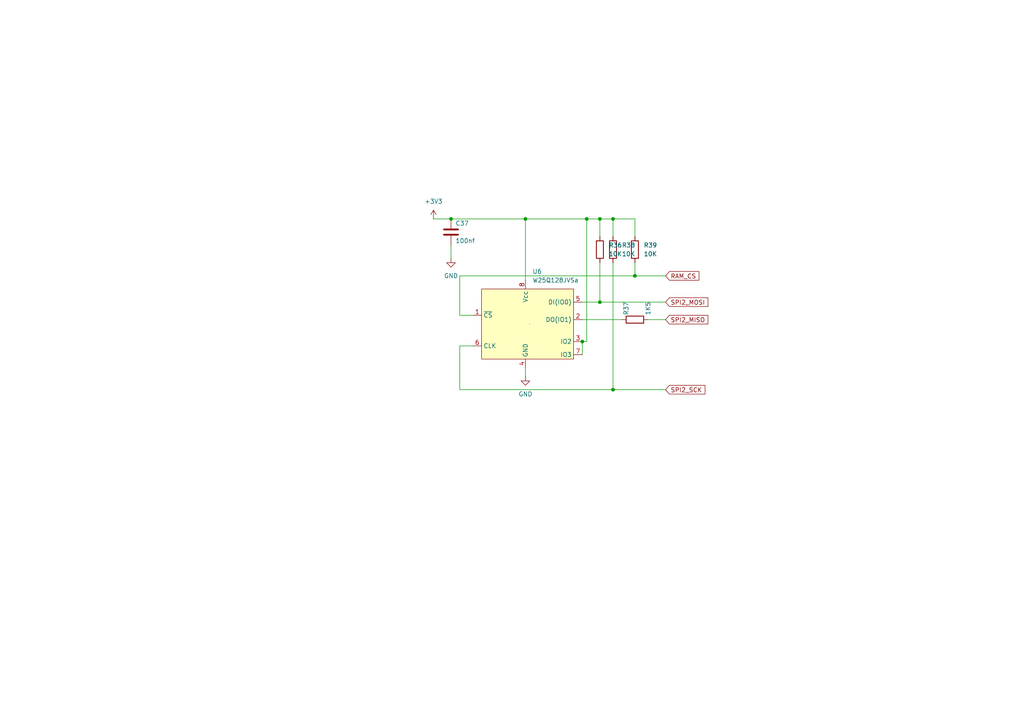
<source format=kicad_sch>
(kicad_sch (version 20211123) (generator eeschema)

  (uuid 202c8904-c451-4b21-8453-ded077a5d8a4)

  (paper "A4")

  (lib_symbols
    (symbol "Device:C" (pin_numbers hide) (pin_names (offset 0.254)) (in_bom yes) (on_board yes)
      (property "Reference" "C" (id 0) (at 0.635 2.54 0)
        (effects (font (size 1.27 1.27)) (justify left))
      )
      (property "Value" "C" (id 1) (at 0.635 -2.54 0)
        (effects (font (size 1.27 1.27)) (justify left))
      )
      (property "Footprint" "" (id 2) (at 0.9652 -3.81 0)
        (effects (font (size 1.27 1.27)) hide)
      )
      (property "Datasheet" "~" (id 3) (at 0 0 0)
        (effects (font (size 1.27 1.27)) hide)
      )
      (property "ki_keywords" "cap capacitor" (id 4) (at 0 0 0)
        (effects (font (size 1.27 1.27)) hide)
      )
      (property "ki_description" "Unpolarized capacitor" (id 5) (at 0 0 0)
        (effects (font (size 1.27 1.27)) hide)
      )
      (property "ki_fp_filters" "C_*" (id 6) (at 0 0 0)
        (effects (font (size 1.27 1.27)) hide)
      )
      (symbol "C_0_1"
        (polyline
          (pts
            (xy -2.032 -0.762)
            (xy 2.032 -0.762)
          )
          (stroke (width 0.508) (type default) (color 0 0 0 0))
          (fill (type none))
        )
        (polyline
          (pts
            (xy -2.032 0.762)
            (xy 2.032 0.762)
          )
          (stroke (width 0.508) (type default) (color 0 0 0 0))
          (fill (type none))
        )
      )
      (symbol "C_1_1"
        (pin passive line (at 0 3.81 270) (length 2.794)
          (name "~" (effects (font (size 1.27 1.27))))
          (number "1" (effects (font (size 1.27 1.27))))
        )
        (pin passive line (at 0 -3.81 90) (length 2.794)
          (name "~" (effects (font (size 1.27 1.27))))
          (number "2" (effects (font (size 1.27 1.27))))
        )
      )
    )
    (symbol "Device:R" (pin_numbers hide) (pin_names (offset 0)) (in_bom yes) (on_board yes)
      (property "Reference" "R" (id 0) (at 2.032 0 90)
        (effects (font (size 1.27 1.27)))
      )
      (property "Value" "R" (id 1) (at 0 0 90)
        (effects (font (size 1.27 1.27)))
      )
      (property "Footprint" "" (id 2) (at -1.778 0 90)
        (effects (font (size 1.27 1.27)) hide)
      )
      (property "Datasheet" "~" (id 3) (at 0 0 0)
        (effects (font (size 1.27 1.27)) hide)
      )
      (property "ki_keywords" "R res resistor" (id 4) (at 0 0 0)
        (effects (font (size 1.27 1.27)) hide)
      )
      (property "ki_description" "Resistor" (id 5) (at 0 0 0)
        (effects (font (size 1.27 1.27)) hide)
      )
      (property "ki_fp_filters" "R_*" (id 6) (at 0 0 0)
        (effects (font (size 1.27 1.27)) hide)
      )
      (symbol "R_0_1"
        (rectangle (start -1.016 -2.54) (end 1.016 2.54)
          (stroke (width 0.254) (type default) (color 0 0 0 0))
          (fill (type none))
        )
      )
      (symbol "R_1_1"
        (pin passive line (at 0 3.81 270) (length 1.27)
          (name "~" (effects (font (size 1.27 1.27))))
          (number "1" (effects (font (size 1.27 1.27))))
        )
        (pin passive line (at 0 -3.81 90) (length 1.27)
          (name "~" (effects (font (size 1.27 1.27))))
          (number "2" (effects (font (size 1.27 1.27))))
        )
      )
    )
    (symbol "New_Library:W25Q128JVSa" (in_bom yes) (on_board yes)
      (property "Reference" "U" (id 0) (at 1.27 1.27 0)
        (effects (font (size 1.27 1.27)))
      )
      (property "Value" "W25Q128JVSa" (id 1) (at 1.27 -1.27 0)
        (effects (font (size 1.27 1.27)))
      )
      (property "Footprint" "" (id 2) (at 0 0 0)
        (effects (font (size 1.27 1.27)) hide)
      )
      (property "Datasheet" "" (id 3) (at 0 0 0)
        (effects (font (size 1.27 1.27)) hide)
      )
      (symbol "W25Q128JVSa_0_1"
        (rectangle (start -12.7 10.16) (end 13.97 -10.16)
          (stroke (width 0) (type default) (color 0 0 0 0))
          (fill (type background))
        )
        (rectangle (start 1.27 0) (end 1.27 0)
          (stroke (width 0) (type default) (color 0 0 0 0))
          (fill (type none))
        )
      )
      (symbol "W25Q128JVSa_1_1"
        (pin input line (at -15.24 2.54 0) (length 2.54)
          (name "~{CS}" (effects (font (size 1.27 1.27))))
          (number "1" (effects (font (size 1.27 1.27))))
        )
        (pin bidirectional line (at 16.51 1.27 180) (length 2.54)
          (name "DO(IO1)" (effects (font (size 1.27 1.27))))
          (number "2" (effects (font (size 1.27 1.27))))
        )
        (pin input line (at 16.51 -5.08 180) (length 2.54)
          (name "IO2" (effects (font (size 1.27 1.27))))
          (number "3" (effects (font (size 1.27 1.27))))
        )
        (pin power_in line (at 0 -12.7 90) (length 2.54)
          (name "GND" (effects (font (size 1.27 1.27))))
          (number "4" (effects (font (size 1.27 1.27))))
        )
        (pin bidirectional line (at 16.51 6.35 180) (length 2.54)
          (name "DI(IO0)" (effects (font (size 1.27 1.27))))
          (number "5" (effects (font (size 1.27 1.27))))
        )
        (pin input line (at -15.24 -6.35 0) (length 2.54)
          (name "CLK" (effects (font (size 1.27 1.27))))
          (number "6" (effects (font (size 1.27 1.27))))
        )
        (pin input line (at 16.51 -8.89 180) (length 2.54)
          (name "IO3" (effects (font (size 1.27 1.27))))
          (number "7" (effects (font (size 1.27 1.27))))
        )
        (pin power_in line (at 0 12.7 270) (length 2.54)
          (name "Vcc" (effects (font (size 1.27 1.27))))
          (number "8" (effects (font (size 1.27 1.27))))
        )
      )
    )
    (symbol "power:+3.3V" (power) (pin_names (offset 0)) (in_bom yes) (on_board yes)
      (property "Reference" "#PWR" (id 0) (at 0 -3.81 0)
        (effects (font (size 1.27 1.27)) hide)
      )
      (property "Value" "+3.3V" (id 1) (at 0 3.556 0)
        (effects (font (size 1.27 1.27)))
      )
      (property "Footprint" "" (id 2) (at 0 0 0)
        (effects (font (size 1.27 1.27)) hide)
      )
      (property "Datasheet" "" (id 3) (at 0 0 0)
        (effects (font (size 1.27 1.27)) hide)
      )
      (property "ki_keywords" "power-flag" (id 4) (at 0 0 0)
        (effects (font (size 1.27 1.27)) hide)
      )
      (property "ki_description" "Power symbol creates a global label with name \"+3.3V\"" (id 5) (at 0 0 0)
        (effects (font (size 1.27 1.27)) hide)
      )
      (symbol "+3.3V_0_1"
        (polyline
          (pts
            (xy -0.762 1.27)
            (xy 0 2.54)
          )
          (stroke (width 0) (type default) (color 0 0 0 0))
          (fill (type none))
        )
        (polyline
          (pts
            (xy 0 0)
            (xy 0 2.54)
          )
          (stroke (width 0) (type default) (color 0 0 0 0))
          (fill (type none))
        )
        (polyline
          (pts
            (xy 0 2.54)
            (xy 0.762 1.27)
          )
          (stroke (width 0) (type default) (color 0 0 0 0))
          (fill (type none))
        )
      )
      (symbol "+3.3V_1_1"
        (pin power_in line (at 0 0 90) (length 0) hide
          (name "+3V3" (effects (font (size 1.27 1.27))))
          (number "1" (effects (font (size 1.27 1.27))))
        )
      )
    )
    (symbol "power:GND" (power) (pin_names (offset 0)) (in_bom yes) (on_board yes)
      (property "Reference" "#PWR" (id 0) (at 0 -6.35 0)
        (effects (font (size 1.27 1.27)) hide)
      )
      (property "Value" "GND" (id 1) (at 0 -3.81 0)
        (effects (font (size 1.27 1.27)))
      )
      (property "Footprint" "" (id 2) (at 0 0 0)
        (effects (font (size 1.27 1.27)) hide)
      )
      (property "Datasheet" "" (id 3) (at 0 0 0)
        (effects (font (size 1.27 1.27)) hide)
      )
      (property "ki_keywords" "power-flag" (id 4) (at 0 0 0)
        (effects (font (size 1.27 1.27)) hide)
      )
      (property "ki_description" "Power symbol creates a global label with name \"GND\" , ground" (id 5) (at 0 0 0)
        (effects (font (size 1.27 1.27)) hide)
      )
      (symbol "GND_0_1"
        (polyline
          (pts
            (xy 0 0)
            (xy 0 -1.27)
            (xy 1.27 -1.27)
            (xy 0 -2.54)
            (xy -1.27 -1.27)
            (xy 0 -1.27)
          )
          (stroke (width 0) (type default) (color 0 0 0 0))
          (fill (type none))
        )
      )
      (symbol "GND_1_1"
        (pin power_in line (at 0 0 270) (length 0) hide
          (name "GND" (effects (font (size 1.27 1.27))))
          (number "1" (effects (font (size 1.27 1.27))))
        )
      )
    )
  )

  (junction (at 173.99 87.63) (diameter 0) (color 0 0 0 0)
    (uuid 1e751f8f-a874-4cf2-8300-3ae2600d93f7)
  )
  (junction (at 177.8 113.03) (diameter 0) (color 0 0 0 0)
    (uuid 38cfe244-815a-4f7c-9918-2d4309473427)
  )
  (junction (at 177.8 63.5) (diameter 0) (color 0 0 0 0)
    (uuid 390c7739-ef85-4bd0-ac6d-743514940e02)
  )
  (junction (at 130.81 63.5) (diameter 0) (color 0 0 0 0)
    (uuid 620c5438-03ec-4cf0-a721-07995c0d1256)
  )
  (junction (at 170.18 63.5) (diameter 0) (color 0 0 0 0)
    (uuid 715f35c7-8223-4b4d-bfd7-010982eacd15)
  )
  (junction (at 168.91 99.06) (diameter 0) (color 0 0 0 0)
    (uuid a02d9147-e765-477e-9651-03d837cd3c02)
  )
  (junction (at 152.4 63.5) (diameter 0) (color 0 0 0 0)
    (uuid b7e803f1-b6f6-4470-8528-7fac70da12e6)
  )
  (junction (at 173.99 63.5) (diameter 0) (color 0 0 0 0)
    (uuid ebada408-bf27-4aa2-88f2-1e62e34326f6)
  )
  (junction (at 184.15 80.01) (diameter 0) (color 0 0 0 0)
    (uuid f57c0805-f12e-4cc2-a41b-accd11b33757)
  )

  (wire (pts (xy 133.35 113.03) (xy 177.8 113.03))
    (stroke (width 0) (type default) (color 0 0 0 0))
    (uuid 042571f6-24da-4795-bae8-1e577403fde9)
  )
  (wire (pts (xy 184.15 80.01) (xy 133.35 80.01))
    (stroke (width 0) (type default) (color 0 0 0 0))
    (uuid 16a2dd9d-1e83-4e67-a6a5-0579a634927d)
  )
  (wire (pts (xy 168.91 99.06) (xy 170.18 99.06))
    (stroke (width 0) (type default) (color 0 0 0 0))
    (uuid 18204442-c6a5-4553-bf40-b29b70417e05)
  )
  (wire (pts (xy 170.18 63.5) (xy 173.99 63.5))
    (stroke (width 0) (type default) (color 0 0 0 0))
    (uuid 245ba023-170c-4890-9f29-159cd21162a3)
  )
  (wire (pts (xy 130.81 71.12) (xy 130.81 74.93))
    (stroke (width 0) (type default) (color 0 0 0 0))
    (uuid 31f0c46f-c370-4fe0-9f1d-6f8c9c866c70)
  )
  (wire (pts (xy 168.91 92.71) (xy 180.34 92.71))
    (stroke (width 0) (type default) (color 0 0 0 0))
    (uuid 38e1c63e-cefe-4522-a1a1-229d723a75ee)
  )
  (wire (pts (xy 133.35 80.01) (xy 133.35 91.44))
    (stroke (width 0) (type default) (color 0 0 0 0))
    (uuid 38f62173-0ca6-4336-bd9d-a8dcd6731e5e)
  )
  (wire (pts (xy 168.91 99.06) (xy 168.91 102.87))
    (stroke (width 0) (type default) (color 0 0 0 0))
    (uuid 411a79f4-011b-4405-95c5-095369ec68e2)
  )
  (wire (pts (xy 133.35 100.33) (xy 133.35 113.03))
    (stroke (width 0) (type default) (color 0 0 0 0))
    (uuid 487c6bb9-2e6c-4ca2-9ec7-2bd02997842e)
  )
  (wire (pts (xy 152.4 63.5) (xy 170.18 63.5))
    (stroke (width 0) (type default) (color 0 0 0 0))
    (uuid 4fa984c0-633e-4d76-9754-e1e68030fd70)
  )
  (wire (pts (xy 173.99 76.2) (xy 173.99 87.63))
    (stroke (width 0) (type default) (color 0 0 0 0))
    (uuid 59ac9878-fe50-4ebe-a833-bd34e9b1fffd)
  )
  (wire (pts (xy 173.99 63.5) (xy 177.8 63.5))
    (stroke (width 0) (type default) (color 0 0 0 0))
    (uuid 5cfd048a-c3e3-4981-aef8-df93f7bbfda6)
  )
  (wire (pts (xy 137.16 100.33) (xy 133.35 100.33))
    (stroke (width 0) (type default) (color 0 0 0 0))
    (uuid 5e4233bf-0b73-410f-9c29-ca5f54569646)
  )
  (wire (pts (xy 168.91 87.63) (xy 173.99 87.63))
    (stroke (width 0) (type default) (color 0 0 0 0))
    (uuid 78d48524-a527-4b04-8fa3-369da6fe6626)
  )
  (wire (pts (xy 184.15 76.2) (xy 184.15 80.01))
    (stroke (width 0) (type default) (color 0 0 0 0))
    (uuid 7a51e659-ab5b-4904-b42d-878bd8d06aec)
  )
  (wire (pts (xy 177.8 113.03) (xy 193.04 113.03))
    (stroke (width 0) (type default) (color 0 0 0 0))
    (uuid 7b0c6050-29f0-4b53-9b17-9ad8d33e5f92)
  )
  (wire (pts (xy 177.8 63.5) (xy 177.8 68.58))
    (stroke (width 0) (type default) (color 0 0 0 0))
    (uuid 8623d3db-df7a-4bc1-a0b1-04c23b7f1db4)
  )
  (wire (pts (xy 187.96 92.71) (xy 193.04 92.71))
    (stroke (width 0) (type default) (color 0 0 0 0))
    (uuid 87899312-362f-4c2b-9c51-b4034c42cf07)
  )
  (wire (pts (xy 133.35 91.44) (xy 137.16 91.44))
    (stroke (width 0) (type default) (color 0 0 0 0))
    (uuid a03c88c5-3cca-4c21-a126-92a8bfd2a89c)
  )
  (wire (pts (xy 173.99 63.5) (xy 173.99 68.58))
    (stroke (width 0) (type default) (color 0 0 0 0))
    (uuid a05a3d09-120c-4115-8e59-46256ec8c98a)
  )
  (wire (pts (xy 177.8 76.2) (xy 177.8 113.03))
    (stroke (width 0) (type default) (color 0 0 0 0))
    (uuid a5e1243f-b289-4706-8453-0e2577c3f631)
  )
  (wire (pts (xy 184.15 80.01) (xy 193.04 80.01))
    (stroke (width 0) (type default) (color 0 0 0 0))
    (uuid b20587b7-cff4-4e70-b4e0-4417ab735e7c)
  )
  (wire (pts (xy 152.4 106.68) (xy 152.4 109.22))
    (stroke (width 0) (type default) (color 0 0 0 0))
    (uuid b25c4ded-f981-449c-82e1-44e80d6b58af)
  )
  (wire (pts (xy 152.4 63.5) (xy 152.4 81.28))
    (stroke (width 0) (type default) (color 0 0 0 0))
    (uuid b4555f28-a522-4005-b0a6-cff7cfd4f3da)
  )
  (wire (pts (xy 177.8 63.5) (xy 184.15 63.5))
    (stroke (width 0) (type default) (color 0 0 0 0))
    (uuid c667bb9e-444c-4df3-8cc3-1318a51f5bd6)
  )
  (wire (pts (xy 184.15 63.5) (xy 184.15 68.58))
    (stroke (width 0) (type default) (color 0 0 0 0))
    (uuid dd2fadf4-0de4-4b2d-97ea-4f08fa591f23)
  )
  (wire (pts (xy 170.18 63.5) (xy 170.18 99.06))
    (stroke (width 0) (type default) (color 0 0 0 0))
    (uuid e724ad48-080a-47ba-845a-e59d866ed125)
  )
  (wire (pts (xy 125.73 63.5) (xy 130.81 63.5))
    (stroke (width 0) (type default) (color 0 0 0 0))
    (uuid ecaaa96b-bf52-4563-a2a8-7cc56cce43d0)
  )
  (wire (pts (xy 130.81 63.5) (xy 152.4 63.5))
    (stroke (width 0) (type default) (color 0 0 0 0))
    (uuid f8b0c741-05f7-4de5-a84b-19d132fa14aa)
  )
  (wire (pts (xy 173.99 87.63) (xy 193.04 87.63))
    (stroke (width 0) (type default) (color 0 0 0 0))
    (uuid fa884899-ab0d-4ce5-a8df-1d446007c614)
  )

  (global_label "SPI2_MOSI" (shape input) (at 193.04 87.63 0) (fields_autoplaced)
    (effects (font (size 1.27 1.27)) (justify left))
    (uuid 06febedc-dfe6-4a7f-b68c-e0fe16ee4abf)
    (property "Intersheet References" "${INTERSHEET_REFS}" (id 0) (at 205.3107 87.5506 0)
      (effects (font (size 1.27 1.27)) (justify left) hide)
    )
  )
  (global_label "SPI2_MISO" (shape input) (at 193.04 92.71 0) (fields_autoplaced)
    (effects (font (size 1.27 1.27)) (justify left))
    (uuid 0c4d8604-3d65-439f-9c3b-8b086a0bbd07)
    (property "Intersheet References" "${INTERSHEET_REFS}" (id 0) (at 205.3107 92.6306 0)
      (effects (font (size 1.27 1.27)) (justify left) hide)
    )
  )
  (global_label "RAM_CS" (shape input) (at 193.04 80.01 0) (fields_autoplaced)
    (effects (font (size 1.27 1.27)) (justify left))
    (uuid 8ffe8b22-aa91-4b60-868d-ad9c1274ba05)
    (property "Intersheet References" "${INTERSHEET_REFS}" (id 0) (at 202.7102 79.9306 0)
      (effects (font (size 1.27 1.27)) (justify left) hide)
    )
  )
  (global_label "SPI2_SCK" (shape input) (at 193.04 113.03 0) (fields_autoplaced)
    (effects (font (size 1.27 1.27)) (justify left))
    (uuid e73f0c62-12ba-4c1e-b73f-7c62177ac6b8)
    (property "Intersheet References" "${INTERSHEET_REFS}" (id 0) (at 204.4641 112.9506 0)
      (effects (font (size 1.27 1.27)) (justify left) hide)
    )
  )

  (symbol (lib_id "Device:C") (at 130.81 67.31 0) (unit 1)
    (in_bom yes) (on_board yes)
    (uuid 4419f8cc-e053-41a9-83fd-46152271eb7c)
    (property "Reference" "C37" (id 0) (at 132.08 64.77 0)
      (effects (font (size 1.27 1.27)) (justify left))
    )
    (property "Value" "100nf" (id 1) (at 132.08 69.85 0)
      (effects (font (size 1.27 1.27)) (justify left))
    )
    (property "Footprint" "Capacitor_SMD:C_0402_1005Metric_Pad0.74x0.62mm_HandSolder" (id 2) (at 131.7752 71.12 0)
      (effects (font (size 1.27 1.27)) hide)
    )
    (property "Datasheet" "~" (id 3) (at 130.81 67.31 0)
      (effects (font (size 1.27 1.27)) hide)
    )
    (property "LCSC" "C307331" (id 4) (at 130.81 67.31 0)
      (effects (font (size 1.27 1.27)) hide)
    )
    (pin "1" (uuid a1eed0b5-0ae9-49d9-9590-db5a308431a3))
    (pin "2" (uuid 438e3967-8f2c-48f7-ba90-17addbcef93f))
  )

  (symbol (lib_id "Device:R") (at 173.99 72.39 0) (unit 1)
    (in_bom yes) (on_board yes) (fields_autoplaced)
    (uuid 5e5eb6c0-297d-448e-a2b8-85b9decbdd7e)
    (property "Reference" "R36" (id 0) (at 176.53 71.1199 0)
      (effects (font (size 1.27 1.27)) (justify left))
    )
    (property "Value" "10K" (id 1) (at 176.53 73.6599 0)
      (effects (font (size 1.27 1.27)) (justify left))
    )
    (property "Footprint" "Resistor_SMD:R_0603_1608Metric_Pad0.98x0.95mm_HandSolder" (id 2) (at 172.212 72.39 90)
      (effects (font (size 1.27 1.27)) hide)
    )
    (property "Datasheet" "~" (id 3) (at 173.99 72.39 0)
      (effects (font (size 1.27 1.27)) hide)
    )
    (property "LCSC" "C25804" (id 4) (at 173.99 72.39 0)
      (effects (font (size 1.27 1.27)) hide)
    )
    (pin "1" (uuid 7d2b27ae-1d15-4cb7-bfcd-9f11697ef844))
    (pin "2" (uuid c5b2044d-4451-4b6e-8209-3d1472cc86be))
  )

  (symbol (lib_id "Device:R") (at 184.15 72.39 0) (unit 1)
    (in_bom yes) (on_board yes) (fields_autoplaced)
    (uuid 64ad39ff-e6ba-4e6c-91c4-7bb1313a9f12)
    (property "Reference" "R39" (id 0) (at 186.69 71.1199 0)
      (effects (font (size 1.27 1.27)) (justify left))
    )
    (property "Value" "10K" (id 1) (at 186.69 73.6599 0)
      (effects (font (size 1.27 1.27)) (justify left))
    )
    (property "Footprint" "Resistor_SMD:R_0603_1608Metric_Pad0.98x0.95mm_HandSolder" (id 2) (at 182.372 72.39 90)
      (effects (font (size 1.27 1.27)) hide)
    )
    (property "Datasheet" "~" (id 3) (at 184.15 72.39 0)
      (effects (font (size 1.27 1.27)) hide)
    )
    (property "LCSC" "C25804" (id 4) (at 184.15 72.39 0)
      (effects (font (size 1.27 1.27)) hide)
    )
    (pin "1" (uuid 8b4d4943-7ba9-43a1-a609-29e050f0b7fd))
    (pin "2" (uuid 37827cd6-14a5-467d-8951-050a66d45cc6))
  )

  (symbol (lib_id "power:GND") (at 130.81 74.93 0) (unit 1)
    (in_bom yes) (on_board yes) (fields_autoplaced)
    (uuid 96932363-f391-46de-9938-912a8739d318)
    (property "Reference" "#PWR055" (id 0) (at 130.81 81.28 0)
      (effects (font (size 1.27 1.27)) hide)
    )
    (property "Value" "GND" (id 1) (at 130.81 80.01 0))
    (property "Footprint" "" (id 2) (at 130.81 74.93 0)
      (effects (font (size 1.27 1.27)) hide)
    )
    (property "Datasheet" "" (id 3) (at 130.81 74.93 0)
      (effects (font (size 1.27 1.27)) hide)
    )
    (pin "1" (uuid cfdaf4d6-7378-4eda-86b0-844c550a9fa7))
  )

  (symbol (lib_id "New_Library:W25Q128JVSa") (at 152.4 93.98 0) (unit 1)
    (in_bom yes) (on_board yes) (fields_autoplaced)
    (uuid 98ca443a-af86-4e54-9430-a59aaeca125f)
    (property "Reference" "U6" (id 0) (at 154.4194 78.74 0)
      (effects (font (size 1.27 1.27)) (justify left))
    )
    (property "Value" "W25Q128JVSa" (id 1) (at 154.4194 81.28 0)
      (effects (font (size 1.27 1.27)) (justify left))
    )
    (property "Footprint" "Package_SO:SOIC-8_5.23x5.23mm_P1.27mm" (id 2) (at 152.4 93.98 0)
      (effects (font (size 1.27 1.27)) hide)
    )
    (property "Datasheet" "http://www.winbond.com/resource-files/w25q128jv_dtr%20revc%2003272018%20plus.pdf" (id 3) (at 152.4 93.98 0)
      (effects (font (size 1.27 1.27)) hide)
    )
    (property "LCSC" "C97521" (id 4) (at 152.4 93.98 0)
      (effects (font (size 1.27 1.27)) hide)
    )
    (pin "1" (uuid bea567f3-1d48-4117-aee7-092f93f47291))
    (pin "2" (uuid 1148b6de-ff80-45bf-8e4f-6fb986f7ed5b))
    (pin "3" (uuid 8ca27fd4-3170-4e56-9ae2-69e0ecc1b890))
    (pin "4" (uuid cddd80ff-b1c8-4732-bf71-319e0633f7f8))
    (pin "5" (uuid 32cd7140-308b-47e8-a0cf-d9ff100c2f48))
    (pin "6" (uuid e33a1602-703c-46ee-a003-681152814a06))
    (pin "7" (uuid d536ebad-3fe7-4e50-97d8-6988fc40b2cd))
    (pin "8" (uuid f497866a-6ac3-47d1-a9bf-f2035c69e8a1))
  )

  (symbol (lib_id "power:GND") (at 152.4 109.22 0) (unit 1)
    (in_bom yes) (on_board yes) (fields_autoplaced)
    (uuid a2b11d9f-8708-4447-97e3-6964d710d398)
    (property "Reference" "#PWR056" (id 0) (at 152.4 115.57 0)
      (effects (font (size 1.27 1.27)) hide)
    )
    (property "Value" "GND" (id 1) (at 152.4 114.3 0))
    (property "Footprint" "" (id 2) (at 152.4 109.22 0)
      (effects (font (size 1.27 1.27)) hide)
    )
    (property "Datasheet" "" (id 3) (at 152.4 109.22 0)
      (effects (font (size 1.27 1.27)) hide)
    )
    (pin "1" (uuid 57e3986e-0b4e-4b5a-ac48-4254a0ef4ca3))
  )

  (symbol (lib_id "power:+3.3V") (at 125.73 63.5 0) (unit 1)
    (in_bom yes) (on_board yes) (fields_autoplaced)
    (uuid caa3a53f-0e33-4e0f-827d-836d9bb38b7e)
    (property "Reference" "#PWR054" (id 0) (at 125.73 67.31 0)
      (effects (font (size 1.27 1.27)) hide)
    )
    (property "Value" "+3.3V" (id 1) (at 125.73 58.42 0))
    (property "Footprint" "" (id 2) (at 125.73 63.5 0)
      (effects (font (size 1.27 1.27)) hide)
    )
    (property "Datasheet" "" (id 3) (at 125.73 63.5 0)
      (effects (font (size 1.27 1.27)) hide)
    )
    (pin "1" (uuid b14c4161-1519-4915-b037-03081afd1419))
  )

  (symbol (lib_id "Device:R") (at 184.15 92.71 90) (unit 1)
    (in_bom yes) (on_board yes)
    (uuid cf5fc289-f648-4b87-b433-3a697e042445)
    (property "Reference" "R37" (id 0) (at 181.61 91.44 0)
      (effects (font (size 1.27 1.27)) (justify left))
    )
    (property "Value" "1K5" (id 1) (at 187.96 91.44 0)
      (effects (font (size 1.27 1.27)) (justify left))
    )
    (property "Footprint" "Resistor_SMD:R_0603_1608Metric_Pad0.98x0.95mm_HandSolder" (id 2) (at 184.15 94.488 90)
      (effects (font (size 1.27 1.27)) hide)
    )
    (property "Datasheet" "~" (id 3) (at 184.15 92.71 0)
      (effects (font (size 1.27 1.27)) hide)
    )
    (property "LCSC" "C22843" (id 4) (at 184.15 92.71 0)
      (effects (font (size 1.27 1.27)) hide)
    )
    (pin "1" (uuid 26e4c60e-02a2-46be-9e81-22b3caf6d600))
    (pin "2" (uuid b60c57a6-33ee-4088-904a-2e09504989fd))
  )

  (symbol (lib_id "Device:R") (at 177.8 72.39 0) (unit 1)
    (in_bom yes) (on_board yes) (fields_autoplaced)
    (uuid f846a415-d0bf-4a59-8df3-19661627a82e)
    (property "Reference" "R38" (id 0) (at 180.34 71.1199 0)
      (effects (font (size 1.27 1.27)) (justify left))
    )
    (property "Value" "10K" (id 1) (at 180.34 73.6599 0)
      (effects (font (size 1.27 1.27)) (justify left))
    )
    (property "Footprint" "Resistor_SMD:R_0603_1608Metric_Pad0.98x0.95mm_HandSolder" (id 2) (at 176.022 72.39 90)
      (effects (font (size 1.27 1.27)) hide)
    )
    (property "Datasheet" "~" (id 3) (at 177.8 72.39 0)
      (effects (font (size 1.27 1.27)) hide)
    )
    (property "LCSC" "C25804" (id 4) (at 177.8 72.39 0)
      (effects (font (size 1.27 1.27)) hide)
    )
    (pin "1" (uuid f99699c6-0e01-47d7-8cfb-7500fe8ac45b))
    (pin "2" (uuid a5058b55-27ce-4c00-bdaf-22603fc91827))
  )
)

</source>
